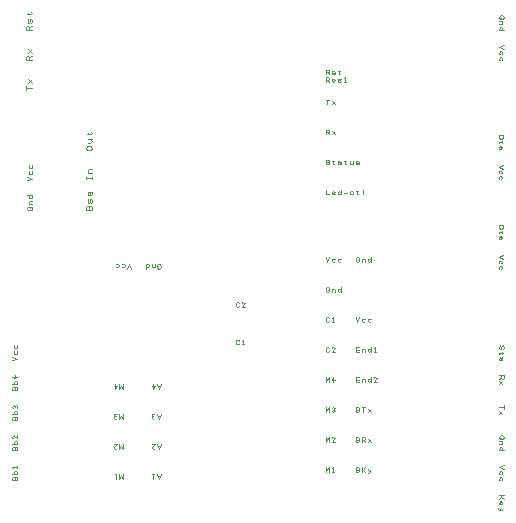
<source format=gbr>
%FSLAX35Y35*%
%MOIN*%
G04 EasyPC Gerber Version 18.0.8 Build 3632 *
%ADD10C,0.00100*%
X0Y0D02*
D02*
D10*
X14046Y23546D02*
X14171Y23796D01*
X14421Y23921*
X14671Y23796*
X14796Y23546*
Y22671*
X13296*
Y23546*
X13421Y23796*
X13671Y23921*
X13921Y23796*
X14046Y23546*
Y22671*
X14421Y24671D02*
X14671Y24796D01*
X14796Y25046*
Y25296*
X14671Y25546*
X14421Y25671*
X14171*
X13921Y25546*
X13796Y25296*
Y25046*
X13921Y24796*
X14171Y24671*
X14796D02*
X13296D01*
X14796Y26921D02*
Y27421D01*
Y27171D02*
X13296D01*
X13546Y26921*
X14046Y33546D02*
X14171Y33796D01*
X14421Y33921*
X14671Y33796*
X14796Y33546*
Y32671*
X13296*
Y33546*
X13421Y33796*
X13671Y33921*
X13921Y33796*
X14046Y33546*
Y32671*
X14421Y34671D02*
X14671Y34796D01*
X14796Y35046*
Y35296*
X14671Y35546*
X14421Y35671*
X14171*
X13921Y35546*
X13796Y35296*
Y35046*
X13921Y34796*
X14171Y34671*
X14796D02*
X13296D01*
X14796Y37671D02*
Y36671D01*
X13921Y37546*
X13671Y37671*
X13421Y37546*
X13296Y37296*
Y36921*
X13421Y36671*
X14046Y43546D02*
X14171Y43796D01*
X14421Y43921*
X14671Y43796*
X14796Y43546*
Y42671*
X13296*
Y43546*
X13421Y43796*
X13671Y43921*
X13921Y43796*
X14046Y43546*
Y42671*
X14421Y44671D02*
X14671Y44796D01*
X14796Y45046*
Y45296*
X14671Y45546*
X14421Y45671*
X14171*
X13921Y45546*
X13796Y45296*
Y45046*
X13921Y44796*
X14171Y44671*
X14796D02*
X13296D01*
X14671Y46796D02*
X14796Y47046D01*
Y47296*
X14671Y47546*
X14421Y47671*
X14171Y47546*
X14046Y47296*
Y47046*
Y47296D02*
X13921Y47546D01*
X13671Y47671*
X13421Y47546*
X13296Y47296*
Y47046*
X13421Y46796*
X14046Y53546D02*
X14171Y53796D01*
X14421Y53921*
X14671Y53796*
X14796Y53546*
Y52671*
X13296*
Y53546*
X13421Y53796*
X13671Y53921*
X13921Y53796*
X14046Y53546*
Y52671*
X14421Y54671D02*
X14671Y54796D01*
X14796Y55046*
Y55296*
X14671Y55546*
X14421Y55671*
X14171*
X13921Y55546*
X13796Y55296*
Y55046*
X13921Y54796*
X14171Y54671*
X14796D02*
X13296D01*
X14796Y57296D02*
X13296D01*
X14296Y56671*
Y57671*
X13296Y62671D02*
X14796Y63296D01*
X13296Y63921*
X13921Y65671D02*
X13796Y65421D01*
Y65046*
X13921Y64796*
X14171Y64671*
X14421*
X14671Y64796*
X14796Y65046*
Y65421*
X14671Y65671*
X13921Y67671D02*
X13796Y67421D01*
Y67046*
X13921Y66796*
X14171Y66671*
X14421*
X14671Y66796*
X14796Y67046*
Y67421*
X14671Y67671*
X19171Y113546D02*
Y113921D01*
X19296*
X19546Y113796*
X19671Y113671*
X19796Y113421*
Y113171*
X19671Y112921*
X19546Y112796*
X19296Y112671*
X18796*
X18546Y112796*
X18421Y112921*
X18296Y113171*
Y113421*
X18421Y113671*
X18546Y113796*
X18796Y113921*
X19796Y114671D02*
X18796D01*
X19171D02*
X18921Y114796D01*
X18796Y115046*
Y115296*
X18921Y115546*
X19171Y115671*
X19796*
X19171Y117671D02*
X18921Y117546D01*
X18796Y117296*
Y117046*
X18921Y116796*
X19171Y116671*
X19421*
X19671Y116796*
X19796Y117046*
Y117296*
X19671Y117546*
X19421Y117671*
X19796D02*
X18296D01*
Y122671D02*
X19796Y123296D01*
X18296Y123921*
X18921Y125671D02*
X18796Y125421D01*
Y125046*
X18921Y124796*
X19171Y124671*
X19421*
X19671Y124796*
X19796Y125046*
Y125421*
X19671Y125671*
X18921Y127671D02*
X18796Y127421D01*
Y127046*
X18921Y126796*
X19171Y126671*
X19421*
X19671Y126796*
X19796Y127046*
Y127421*
X19671Y127671*
X19702Y153452D02*
X17828D01*
Y152671D02*
Y154234D01*
X19702Y155171D02*
X18452Y156421D01*
X19702D02*
X18452Y155171D01*
X19702Y162671D02*
X17828D01*
Y163765*
X17984Y164078*
X18296Y164234*
X18609Y164078*
X18765Y163765*
Y162671*
Y163765D02*
X19702Y164234D01*
Y165171D02*
X18452Y166421D01*
X19702D02*
X18452Y165171D01*
X19702Y172671D02*
X17828D01*
Y173765*
X17984Y174078*
X18296Y174234*
X18609Y174078*
X18765Y173765*
Y172671*
Y173765D02*
X19702Y174234D01*
X19546Y175171D02*
X19702Y175484D01*
Y176109*
X19546Y176421*
X19234*
X19078Y176109*
Y175484*
X18921Y175171*
X18609*
X18452Y175484*
Y176109*
X18609Y176421*
X18452Y177984D02*
Y178609D01*
X18140Y178296D02*
X19546D01*
X19702Y178452*
Y178609*
X19546Y178765*
X38765Y113765D02*
X38921Y114078D01*
X39234Y114234*
X39546Y114078*
X39702Y113765*
Y112671*
X37828*
Y113765*
X37984Y114078*
X38296Y114234*
X38609Y114078*
X38765Y113765*
Y112671*
X39546Y115171D02*
X39702Y115484D01*
Y116109*
X39546Y116421*
X39234*
X39078Y116109*
Y115484*
X38921Y115171*
X38609*
X38452Y115484*
Y116109*
X38609Y116421*
X39546Y118921D02*
X39702Y118765D01*
Y118452*
Y118140*
X39546Y117828*
X39234Y117671*
X38765*
X38609Y117828*
X38452Y118140*
Y118452*
X38609Y118765*
X38765Y118921*
X38921*
X39078Y118765*
X39234Y118452*
Y118140*
X39078Y117828*
X38921Y117671*
X39702Y123140D02*
Y123765D01*
Y123452D02*
X37828D01*
Y123140D02*
Y123765D01*
X39702Y125171D02*
X38452D01*
X38921D02*
X38609Y125328D01*
X38452Y125640*
Y125952*
X38609Y126265*
X38921Y126421*
X39702*
X39078Y132671D02*
X38452D01*
X38140Y132828*
X37984Y132984*
X37828Y133296*
Y133609*
X37984Y133921*
X38140Y134078*
X38452Y134234*
X39078*
X39390Y134078*
X39546Y133921*
X39702Y133609*
Y133296*
X39546Y132984*
X39390Y132828*
X39078Y132671*
X38452Y135171D02*
X39234D01*
X39546Y135328*
X39702Y135640*
Y135952*
X39546Y136265*
X39234Y136421*
X38452D02*
X39702D01*
X38452Y137984D02*
Y138609D01*
X38140Y138296D02*
X39546D01*
X39702Y138452*
Y138609*
X39546Y138765*
X50171Y24796D02*
Y23296D01*
X49546Y24046*
X48921Y23296*
Y24796*
X47921D02*
X47421D01*
X47671D02*
Y23296D01*
X47921Y23546*
X50171Y34796D02*
Y33296D01*
X49546Y34046*
X48921Y33296*
Y34796*
X47171D02*
X48171D01*
X47296Y33921*
X47171Y33671*
X47296Y33421*
X47546Y33296*
X47921*
X48171Y33421*
X50171Y44796D02*
Y43296D01*
X49546Y44046*
X48921Y43296*
Y44796*
X48046Y44671D02*
X47796Y44796D01*
X47546*
X47296Y44671*
X47171Y44421*
X47296Y44171*
X47546Y44046*
X47796*
X47546D02*
X47296Y43921D01*
X47171Y43671*
X47296Y43421*
X47546Y43296*
X47796*
X48046Y43421*
X50171Y54796D02*
Y53296D01*
X49546Y54046*
X48921Y53296*
Y54796*
X47546D02*
Y53296D01*
X48171Y54296*
X47171*
X52671Y93296D02*
X52046Y94796D01*
X51421Y93296*
X49671Y93921D02*
X49921Y93796D01*
X50296*
X50546Y93921*
X50671Y94171*
Y94421*
X50546Y94671*
X50296Y94796*
X49921*
X49671Y94671*
X47671Y93921D02*
X47921Y93796D01*
X48296*
X48546Y93921*
X48671Y94171*
Y94421*
X48546Y94671*
X48296Y94796*
X47921*
X47671Y94671*
X62671Y24796D02*
X62046Y23296D01*
X61421Y24796*
X62421Y24171D02*
X61671D01*
X60421Y24796D02*
X59921D01*
X60171D02*
Y23296D01*
X60421Y23546*
X62671Y34796D02*
X62046Y33296D01*
X61421Y34796*
X62421Y34171D02*
X61671D01*
X59671Y34796D02*
X60671D01*
X59796Y33921*
X59671Y33671*
X59796Y33421*
X60046Y33296*
X60421*
X60671Y33421*
X62671Y44796D02*
X62046Y43296D01*
X61421Y44796*
X62421Y44171D02*
X61671D01*
X60546Y44671D02*
X60296Y44796D01*
X60046*
X59796Y44671*
X59671Y44421*
X59796Y44171*
X60046Y44046*
X60296*
X60046D02*
X59796Y43921D01*
X59671Y43671*
X59796Y43421*
X60046Y43296*
X60296*
X60546Y43421*
X62671Y54796D02*
X62046Y53296D01*
X61421Y54796*
X62421Y54171D02*
X61671D01*
X60046Y54796D02*
Y53296D01*
X60671Y54296*
X59671*
X61796Y94171D02*
X61421D01*
Y94296*
X61546Y94546*
X61671Y94671*
X61921Y94796*
X62171*
X62421Y94671*
X62546Y94546*
X62671Y94296*
Y93796*
X62546Y93546*
X62421Y93421*
X62171Y93296*
X61921*
X61671Y93421*
X61546Y93546*
X61421Y93796*
X60671Y94796D02*
Y93796D01*
Y94171D02*
X60546Y93921D01*
X60296Y93796*
X60046*
X59796Y93921*
X59671Y94171*
Y94796*
X57671Y94171D02*
X57796Y93921D01*
X58046Y93796*
X58296*
X58546Y93921*
X58671Y94171*
Y94421*
X58546Y94671*
X58296Y94796*
X58046*
X57796Y94671*
X57671Y94421*
Y94796D02*
Y93296D01*
X88921Y68296D02*
X88796Y68171D01*
X88546Y68046*
X88171*
X87921Y68171*
X87796Y68296*
X87671Y68546*
Y69046*
X87796Y69296*
X87921Y69421*
X88171Y69546*
X88546*
X88796Y69421*
X88921Y69296*
X89921Y68046D02*
X90421D01*
X90171D02*
Y69546D01*
X89921Y69296*
X88921Y80796D02*
X88796Y80671D01*
X88546Y80546*
X88171*
X87921Y80671*
X87796Y80796*
X87671Y81046*
Y81546*
X87796Y81796*
X87921Y81921*
X88171Y82046*
X88546*
X88796Y81921*
X88921Y81796*
X90671Y80546D02*
X89671D01*
X90546Y81421*
X90671Y81671*
X90546Y81921*
X90296Y82046*
X89921*
X89671Y81921*
X117671Y25546D02*
Y27046D01*
X118296Y26296*
X118921Y27046*
Y25546*
X119921D02*
X120421D01*
X120171D02*
Y27046D01*
X119921Y26796*
X117671Y35546D02*
Y37046D01*
X118296Y36296*
X118921Y37046*
Y35546*
X120671D02*
X119671D01*
X120546Y36421*
X120671Y36671*
X120546Y36921*
X120296Y37046*
X119921*
X119671Y36921*
X117671Y45546D02*
Y47046D01*
X118296Y46296*
X118921Y47046*
Y45546*
X119796Y45671D02*
X120046Y45546D01*
X120296*
X120546Y45671*
X120671Y45921*
X120546Y46171*
X120296Y46296*
X120046*
X120296D02*
X120546Y46421D01*
X120671Y46671*
X120546Y46921*
X120296Y47046*
X120046*
X119796Y46921*
X117671Y55546D02*
Y57046D01*
X118296Y56296*
X118921Y57046*
Y55546*
X120296D02*
Y57046D01*
X119671Y56046*
X120671*
X118921Y65796D02*
X118796Y65671D01*
X118546Y65546*
X118171*
X117921Y65671*
X117796Y65796*
X117671Y66046*
Y66546*
X117796Y66796*
X117921Y66921*
X118171Y67046*
X118546*
X118796Y66921*
X118921Y66796*
X120671Y65546D02*
X119671D01*
X120546Y66421*
X120671Y66671*
X120546Y66921*
X120296Y67046*
X119921*
X119671Y66921*
X118921Y75796D02*
X118796Y75671D01*
X118546Y75546*
X118171*
X117921Y75671*
X117796Y75796*
X117671Y76046*
Y76546*
X117796Y76796*
X117921Y76921*
X118171Y77046*
X118546*
X118796Y76921*
X118921Y76796*
X119921Y75546D02*
X120421D01*
X120171D02*
Y77046D01*
X119921Y76796*
X118546Y86171D02*
X118921D01*
Y86046*
X118796Y85796*
X118671Y85671*
X118421Y85546*
X118171*
X117921Y85671*
X117796Y85796*
X117671Y86046*
Y86546*
X117796Y86796*
X117921Y86921*
X118171Y87046*
X118421*
X118671Y86921*
X118796Y86796*
X118921Y86546*
X119671Y85546D02*
Y86546D01*
Y86171D02*
X119796Y86421D01*
X120046Y86546*
X120296*
X120546Y86421*
X120671Y86171*
Y85546*
X122671Y86171D02*
X122546Y86421D01*
X122296Y86546*
X122046*
X121796Y86421*
X121671Y86171*
Y85921*
X121796Y85671*
X122046Y85546*
X122296*
X122546Y85671*
X122671Y85921*
Y85546D02*
Y87046D01*
X117671Y97046D02*
X118296Y95546D01*
X118921Y97046*
X120671Y96421D02*
X120421Y96546D01*
X120046*
X119796Y96421*
X119671Y96171*
Y95921*
X119796Y95671*
X120046Y95546*
X120421*
X120671Y95671*
X122671Y96421D02*
X122421Y96546D01*
X122046*
X121796Y96421*
X121671Y96171*
Y95921*
X121796Y95671*
X122046Y95546*
X122421*
X122671Y95671*
X117671Y119546D02*
Y118046D01*
X118921*
X120671Y118171D02*
X120546Y118046D01*
X120296*
X120046*
X119796Y118171*
X119671Y118421*
Y118796*
X119796Y118921*
X120046Y119046*
X120296*
X120546Y118921*
X120671Y118796*
Y118671*
X120546Y118546*
X120296Y118421*
X120046*
X119796Y118546*
X119671Y118671*
X122671D02*
X122546Y118921D01*
X122296Y119046*
X122046*
X121796Y118921*
X121671Y118671*
Y118421*
X121796Y118171*
X122046Y118046*
X122296*
X122546Y118171*
X122671Y118421*
Y118046D02*
Y119546D01*
X123671Y118546D02*
X124671D01*
X126671Y118921D02*
X126421Y119046D01*
X126046*
X125796Y118921*
X125671Y118671*
Y118421*
X125796Y118171*
X126046Y118046*
X126421*
X126671Y118171*
X127921Y119046D02*
X128421D01*
X128171Y119296D02*
Y118171D01*
X128296Y118046*
X128421*
X128546Y118171*
X130296Y118046D02*
X130171D01*
Y119546*
X117671Y128421D02*
X117796Y128171D01*
X118046Y128046*
X118546*
X118796Y128171*
X118921Y128421*
X118796Y128671*
X118546Y128796*
X118046*
X117796Y128921*
X117671Y129171*
X117796Y129421*
X118046Y129546*
X118546*
X118796Y129421*
X118921Y129171*
X119921Y129046D02*
X120421D01*
X120171Y129296D02*
Y128171D01*
X120296Y128046*
X120421*
X120546Y128171*
X121671Y128921D02*
X121921Y129046D01*
X122296*
X122546Y128921*
X122671Y128671*
Y128296*
X122546Y128171*
X122296Y128046*
X122046*
X121796Y128171*
X121671Y128296*
Y128421*
X121796Y128546*
X122046Y128671*
X122296*
X122546Y128546*
X122671Y128421*
Y128296D02*
Y128046D01*
X123921Y129046D02*
X124421D01*
X124171Y129296D02*
Y128171D01*
X124296Y128046*
X124421*
X124546Y128171*
X125671Y129046D02*
Y128421D01*
X125796Y128171*
X126046Y128046*
X126296*
X126546Y128171*
X126671Y128421*
Y129046D02*
Y128046D01*
X127671Y128171D02*
X127921Y128046D01*
X128421*
X128671Y128171*
Y128421*
X128421Y128546*
X127921*
X127671Y128671*
Y128921*
X127921Y129046*
X128421*
X128671Y128921*
X117671Y138046D02*
Y139546D01*
X118546*
X118796Y139421*
X118921Y139171*
X118796Y138921*
X118546Y138796*
X117671*
X118546D02*
X118921Y138046D01*
X119671D02*
X120671Y139046D01*
Y138046D02*
X119671Y139046D01*
X118296Y148046D02*
Y149546D01*
X117671D02*
X118921D01*
X119671Y148046D02*
X120671Y149046D01*
Y148046D02*
X119671Y149046D01*
X117671Y155546D02*
Y157046D01*
X118546*
X118796Y156921*
X118921Y156671*
X118796Y156421*
X118546Y156296*
X117671*
X118546D02*
X118921Y155546D01*
X120671Y155671D02*
X120546Y155546D01*
X120296*
X120046*
X119796Y155671*
X119671Y155921*
Y156296*
X119796Y156421*
X120046Y156546*
X120296*
X120546Y156421*
X120671Y156296*
Y156171*
X120546Y156046*
X120296Y155921*
X120046*
X119796Y156046*
X119671Y156171*
X121671Y155671D02*
X121921Y155546D01*
X122421*
X122671Y155671*
Y155921*
X122421Y156046*
X121921*
X121671Y156171*
Y156421*
X121921Y156546*
X122421*
X122671Y156421*
X123921Y155546D02*
X124421D01*
X124171D02*
Y157046D01*
X123921Y156796*
X117671Y158046D02*
Y159546D01*
X118546*
X118796Y159421*
X118921Y159171*
X118796Y158921*
X118546Y158796*
X117671*
X118546D02*
X118921Y158046D01*
X119671Y158171D02*
X119921Y158046D01*
X120421*
X120671Y158171*
Y158421*
X120421Y158546*
X119921*
X119671Y158671*
Y158921*
X119921Y159046*
X120421*
X120671Y158921*
X121921Y159046D02*
X122421D01*
X122171Y159296D02*
Y158171D01*
X122296Y158046*
X122421*
X122546Y158171*
X128546Y26296D02*
X128796Y26171D01*
X128921Y25921*
X128796Y25671*
X128546Y25546*
X127671*
Y27046*
X128546*
X128796Y26921*
X128921Y26671*
X128796Y26421*
X128546Y26296*
X127671*
X129671Y25546D02*
Y27046D01*
Y26296D02*
X130046D01*
X130921Y27046*
X130046Y26296D02*
X130921Y25546D01*
X131671Y26546D02*
X131796Y26046D01*
X132046Y25796*
X132296*
X132546Y26046*
X132671Y26546*
X132546Y26046D02*
X132421Y25546D01*
X132296Y25296*
X132046Y25171*
X131796Y25296*
X128546Y36296D02*
X128796Y36171D01*
X128921Y35921*
X128796Y35671*
X128546Y35546*
X127671*
Y37046*
X128546*
X128796Y36921*
X128921Y36671*
X128796Y36421*
X128546Y36296*
X127671*
X129671Y35546D02*
Y37046D01*
X130546*
X130796Y36921*
X130921Y36671*
X130796Y36421*
X130546Y36296*
X129671*
X130546D02*
X130921Y35546D01*
X131671D02*
X132671Y36546D01*
Y35546D02*
X131671Y36546D01*
X128546Y46296D02*
X128796Y46171D01*
X128921Y45921*
X128796Y45671*
X128546Y45546*
X127671*
Y47046*
X128546*
X128796Y46921*
X128921Y46671*
X128796Y46421*
X128546Y46296*
X127671*
X130296Y45546D02*
Y47046D01*
X129671D02*
X130921D01*
X131671Y45546D02*
X132671Y46546D01*
Y45546D02*
X131671Y46546D01*
X127671Y55546D02*
Y57046D01*
X128921*
X128671Y56296D02*
X127671D01*
Y55546D02*
X128921D01*
X129671D02*
Y56546D01*
Y56171D02*
X129796Y56421D01*
X130046Y56546*
X130296*
X130546Y56421*
X130671Y56171*
Y55546*
X132671Y56171D02*
X132546Y56421D01*
X132296Y56546*
X132046*
X131796Y56421*
X131671Y56171*
Y55921*
X131796Y55671*
X132046Y55546*
X132296*
X132546Y55671*
X132671Y55921*
Y55546D02*
Y57046D01*
X134671Y55546D02*
X133671D01*
X134546Y56421*
X134671Y56671*
X134546Y56921*
X134296Y57046*
X133921*
X133671Y56921*
X127671Y65546D02*
Y67046D01*
X128921*
X128671Y66296D02*
X127671D01*
Y65546D02*
X128921D01*
X129671D02*
Y66546D01*
Y66171D02*
X129796Y66421D01*
X130046Y66546*
X130296*
X130546Y66421*
X130671Y66171*
Y65546*
X132671Y66171D02*
X132546Y66421D01*
X132296Y66546*
X132046*
X131796Y66421*
X131671Y66171*
Y65921*
X131796Y65671*
X132046Y65546*
X132296*
X132546Y65671*
X132671Y65921*
Y65546D02*
Y67046D01*
X133921Y65546D02*
X134421D01*
X134171D02*
Y67046D01*
X133921Y66796*
X127671Y77046D02*
X128296Y75546D01*
X128921Y77046*
X130671Y76421D02*
X130421Y76546D01*
X130046*
X129796Y76421*
X129671Y76171*
Y75921*
X129796Y75671*
X130046Y75546*
X130421*
X130671Y75671*
X132671Y76421D02*
X132421Y76546D01*
X132046*
X131796Y76421*
X131671Y76171*
Y75921*
X131796Y75671*
X132046Y75546*
X132421*
X132671Y75671*
X128546Y96171D02*
X128921D01*
Y96046*
X128796Y95796*
X128671Y95671*
X128421Y95546*
X128171*
X127921Y95671*
X127796Y95796*
X127671Y96046*
Y96546*
X127796Y96796*
X127921Y96921*
X128171Y97046*
X128421*
X128671Y96921*
X128796Y96796*
X128921Y96546*
X129671Y95546D02*
Y96546D01*
Y96171D02*
X129796Y96421D01*
X130046Y96546*
X130296*
X130546Y96421*
X130671Y96171*
Y95546*
X132671Y96171D02*
X132546Y96421D01*
X132296Y96546*
X132046*
X131796Y96421*
X131671Y96171*
Y95921*
X131796Y95671*
X132046Y95546*
X132296*
X132546Y95671*
X132671Y95921*
Y95546D02*
Y97046D01*
X175546Y17671D02*
X177046D01*
X176296D02*
Y17296D01*
X177046Y16421*
X176296Y17296D02*
X175546Y16421D01*
X175671Y14671D02*
X175546Y14796D01*
Y15046*
Y15296*
X175671Y15546*
X175921Y15671*
X176296*
X176421Y15546*
X176546Y15296*
Y15046*
X176421Y14796*
X176296Y14671*
X176171*
X176046Y14796*
X175921Y15046*
Y15296*
X176046Y15546*
X176171Y15671*
X176546Y13671D02*
X176046Y13546D01*
X175796Y13296*
Y13046*
X176046Y12796*
X176546Y12671*
X176046Y12796D02*
X175546Y12921D01*
X175296Y13046*
X175171Y13296*
X175296Y13546*
X177046Y27671D02*
X175546Y27046D01*
X177046Y26421*
X176421Y24671D02*
X176546Y24921D01*
Y25296*
X176421Y25546*
X176171Y25671*
X175921*
X175671Y25546*
X175546Y25296*
Y24921*
X175671Y24671*
X176421Y22671D02*
X176546Y22921D01*
Y23296*
X176421Y23546*
X176171Y23671*
X175921*
X175671Y23546*
X175546Y23296*
Y22921*
X175671Y22671*
X176171Y36796D02*
Y36421D01*
X176046*
X175796Y36546*
X175671Y36671*
X175546Y36921*
Y37171*
X175671Y37421*
X175796Y37546*
X176046Y37671*
X176546*
X176796Y37546*
X176921Y37421*
X177046Y37171*
Y36921*
X176921Y36671*
X176796Y36546*
X176546Y36421*
X175546Y35671D02*
X176546D01*
X176171D02*
X176421Y35546D01*
X176546Y35296*
Y35046*
X176421Y34796*
X176171Y34671*
X175546*
X176171Y32671D02*
X176421Y32796D01*
X176546Y33046*
Y33296*
X176421Y33546*
X176171Y33671*
X175921*
X175671Y33546*
X175546Y33296*
Y33046*
X175671Y32796*
X175921Y32671*
X175546D02*
X177046D01*
X175546Y47046D02*
X177046D01*
Y47671D02*
Y46421D01*
X175546Y45671D02*
X176546Y44671D01*
X175546D02*
X176546Y45671D01*
X175546Y57671D02*
X177046D01*
Y56796*
X176921Y56546*
X176671Y56421*
X176421Y56546*
X176296Y56796*
Y57671*
Y56796D02*
X175546Y56421D01*
Y55671D02*
X176546Y54671D01*
X175546D02*
X176546Y55671D01*
X175921Y67671D02*
X175671Y67546D01*
X175546Y67296*
Y66796*
X175671Y66546*
X175921Y66421*
X176171Y66546*
X176296Y66796*
Y67296*
X176421Y67546*
X176671Y67671*
X176921Y67546*
X177046Y67296*
Y66796*
X176921Y66546*
X176671Y66421*
X176546Y65421D02*
Y64921D01*
X176796Y65171D02*
X175671D01*
X175546Y65046*
Y64921*
X175671Y64796*
X176421Y63671D02*
X176546Y63421D01*
Y63046*
X176421Y62796*
X176171Y62671*
X175796*
X175671Y62796*
X175546Y63046*
Y63296*
X175671Y63546*
X175796Y63671*
X175921*
X176046Y63546*
X176171Y63296*
Y63046*
X176046Y62796*
X175921Y62671*
X175796D02*
X175546D01*
X176859Y97671D02*
X175509Y97109D01*
X176859Y96546*
X176296Y94971D02*
X176409Y95196D01*
Y95534*
X176296Y95759*
X176071Y95871*
X175846*
X175621Y95759*
X175509Y95534*
Y95196*
X175621Y94971*
X176296Y93171D02*
X176409Y93396D01*
Y93734*
X176296Y93959*
X176071Y94071*
X175846*
X175621Y93959*
X175509Y93734*
Y93396*
X175621Y93171*
X175509Y107671D02*
X176859D01*
Y106996*
X176746Y106771*
X176634Y106659*
X176409Y106546*
X175959*
X175734Y106659*
X175621Y106771*
X175509Y106996*
Y107671*
X176409Y105646D02*
Y105196D01*
X176634Y105421D02*
X175621D01*
X175509Y105309*
Y105196*
X175621Y105084*
X176296Y104071D02*
X176409Y103846D01*
Y103509*
X176296Y103284*
X176071Y103171*
X175734*
X175621Y103284*
X175509Y103509*
Y103734*
X175621Y103959*
X175734Y104071*
X175846*
X175959Y103959*
X176071Y103734*
Y103509*
X175959Y103284*
X175846Y103171*
X175734D02*
X175509D01*
X176859Y127671D02*
X175509Y127109D01*
X176859Y126546*
X176296Y124971D02*
X176409Y125196D01*
Y125534*
X176296Y125759*
X176071Y125871*
X175846*
X175621Y125759*
X175509Y125534*
Y125196*
X175621Y124971*
X176296Y123171D02*
X176409Y123396D01*
Y123734*
X176296Y123959*
X176071Y124071*
X175846*
X175621Y123959*
X175509Y123734*
Y123396*
X175621Y123171*
X175509Y137671D02*
X176859D01*
Y136996*
X176746Y136771*
X176634Y136659*
X176409Y136546*
X175959*
X175734Y136659*
X175621Y136771*
X175509Y136996*
Y137671*
X176409Y135646D02*
Y135196D01*
X176634Y135421D02*
X175621D01*
X175509Y135309*
Y135196*
X175621Y135084*
X176296Y134071D02*
X176409Y133846D01*
Y133509*
X176296Y133284*
X176071Y133171*
X175734*
X175621Y133284*
X175509Y133509*
Y133734*
X175621Y133959*
X175734Y134071*
X175846*
X175959Y133959*
X176071Y133734*
Y133509*
X175959Y133284*
X175846Y133171*
X175734D02*
X175509D01*
X177046Y167671D02*
X175546Y167046D01*
X177046Y166421*
X176421Y164671D02*
X176546Y164921D01*
Y165296*
X176421Y165546*
X176171Y165671*
X175921*
X175671Y165546*
X175546Y165296*
Y164921*
X175671Y164671*
X176421Y162671D02*
X176546Y162921D01*
Y163296*
X176421Y163546*
X176171Y163671*
X175921*
X175671Y163546*
X175546Y163296*
Y162921*
X175671Y162671*
X176171Y176796D02*
Y176421D01*
X176046*
X175796Y176546*
X175671Y176671*
X175546Y176921*
Y177171*
X175671Y177421*
X175796Y177546*
X176046Y177671*
X176546*
X176796Y177546*
X176921Y177421*
X177046Y177171*
Y176921*
X176921Y176671*
X176796Y176546*
X176546Y176421*
X175546Y175671D02*
X176546D01*
X176171D02*
X176421Y175546D01*
X176546Y175296*
Y175046*
X176421Y174796*
X176171Y174671*
X175546*
X176171Y172671D02*
X176421Y172796D01*
X176546Y173046*
Y173296*
X176421Y173546*
X176171Y173671*
X175921*
X175671Y173546*
X175546Y173296*
Y173046*
X175671Y172796*
X175921Y172671*
X175546D02*
X177046D01*
X0Y0D02*
M02*

</source>
